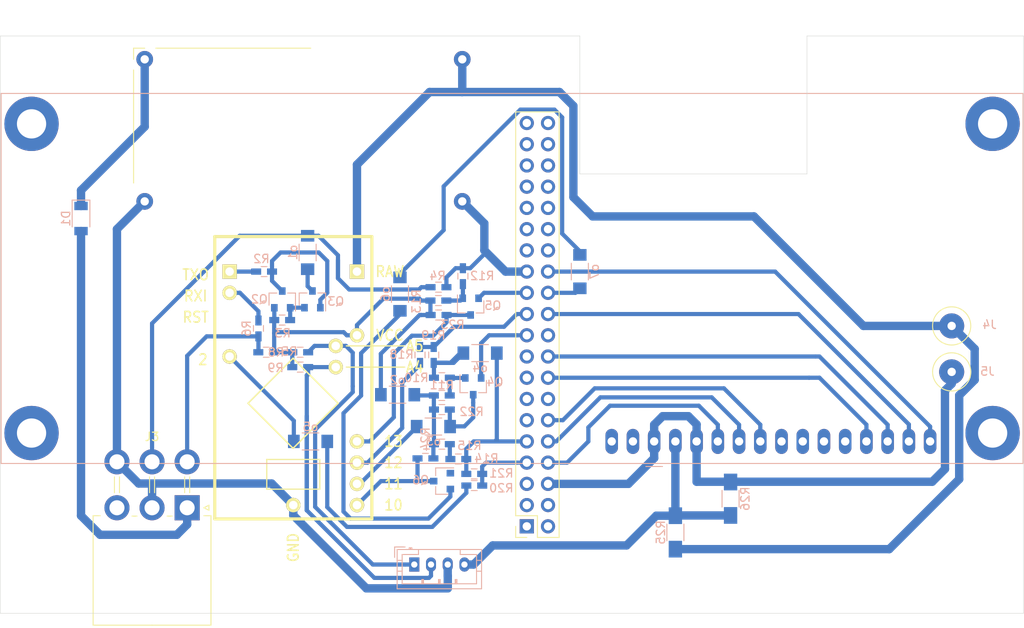
<source format=kicad_pcb>
(kicad_pcb (version 20171130) (host pcbnew "(5.1.2)-1")
  (layers (0 F.Cu signal) (31 B.Cu signal) (34 B.Paste user hide) (35 F.Paste user hide) (36 B.SilkS user) (37 F.SilkS user hide) (38 B.Mask user hide) (39 F.Mask user hide) (44 Edge.Cuts user hide))
  (net 0 "")
  (net 1 SDA)
  (net 2 SCL)
  (net 3 GND)
  (net 4 MDB-MR)
  (net 5 MDB-MT)
  (net 6 "Net-(Q2-Pad1)")
  (net 7 "Net-(Q2-Pad3)")
  (net 8 "Net-(Q4-Pad1)")
  (net 9 "Net-(Q5-Pad1)")
  (net 10 "Net-(Q6-Pad1)")
  (net 11 MISO-3V)
  (net 12 INT-3V)
  (net 13 INT-5V)
  (net 14 MDB+24V)
  (net 15 TTL-TX)
  (net 16 TTL-RX)
  (net 17 MISO-5V)
  (net 18 MOSI-5V)
  (net 19 SCK-5V)
  (net 20 SS-5V)
  (net 21 A0)
  (net 22 SS-3V)
  (net 23 SCK-3V)
  (net 24 MOSI-3V)
  (net 25 RW)
  (net 26 E)
  (net 27 D5)
  (net 28 D4)
  (net 29 D6)
  (net 30 D7)
  (net 31 "Net-(D1-Pad2)")
  (net 32 +5C)
  (net 33 +6V)
  (net 34 "Net-(Q3-Pad3)")
  (net 35 "Net-(X1-Pad11A)")
  (net 36 +5VD)
  (module evend-adapter:C_1206_1-HandSoldering (layer B.Cu) (at 134.62 161.798 90)
    (fp_text reference R26 (at 0 1.75 90) (layer B.SilkS) (effects (justify mirror)))
    (fp_text value 1.5k)
    (pad 1 smd rect (at -2 0 90) (size 2 1.6) (layers B.Cu B.Paste B.Mask) (net 36 +5VD))
    (pad 2 smd rect (at 2 0 90) (size 2 1.6) (layers B.Cu B.Paste B.Mask) (net 3 GND))
  )
  (module evend-adapter:C_1206_1-HandSoldering (layer B.Cu) (at 128.016 165.83 270)
    (fp_text reference R25 (at 0 1.75 90) (layer B.SilkS) (effects (justify mirror)))
    (fp_text value 300)
    (pad 1 smd rect (at -2 0 270) (size 2 1.6) (layers B.Cu B.Paste B.Mask) (net 36 +5VD))
    (pad 2 smd rect (at 2 0 270) (size 2 1.6) (layers B.Cu B.Paste B.Mask) (net 33 +6V))
  )
  (module evend-adapter:C_1206_HandSoldering (layer B.Cu) (at 116.586 134.62 90)
    (fp_text reference o7 (at 0 1.75 90) (layer B.SilkS) (effects (justify mirror)))
    (fp_text value 0)
    (pad 1 smd rect (at -2 0 90) (size 1.4 1.6) (layers B.Cu B.Paste B.Mask) (net 22 SS-3V))
    (pad 2 smd rect (at 2 0 90) (size 1.4 1.6) (layers B.Cu B.Paste B.Mask) (net 22 SS-3V))
  )
  (module evend-adapter:C_1206_HandSoldering (layer B.Cu) (at 104.648 144.3736)
    (fp_text reference o4 (at 0 1.75) (layer B.SilkS) (effects (justify mirror)))
    (fp_text value 0)
    (pad 1 smd rect (at -2 0) (size 1.4 1.6) (layers B.Cu B.Paste B.Mask) (net 3 GND))
    (pad 2 smd rect (at 2 0) (size 1.4 1.6) (layers B.Cu B.Paste B.Mask) (net 3 GND))
  )
  (module evend-adapter:C_1206_HandSoldering (layer B.Cu) (at 99.06 153.162)
    (fp_text reference o3 (at 0 1.75) (layer B.SilkS) (effects (justify mirror)))
    (fp_text value 0)
    (pad 1 smd rect (at -2 0) (size 1.4 1.6) (layers B.Cu B.Paste B.Mask) (net 35 "Net-(X1-Pad11A)"))
    (pad 2 smd rect (at 2 0) (size 1.4 1.6) (layers B.Cu B.Paste B.Mask) (net 18 MOSI-5V))
  )
  (module evend-adapter:C_1206_HandSoldering (layer B.Cu) (at 84.0105 132.334 270)
    (fp_text reference o1 (at 0 1.75 90) (layer B.SilkS) (effects (justify mirror)))
    (fp_text value 0)
    (pad 1 smd rect (at -2 0 270) (size 1.4 1.6) (layers B.Cu B.Paste B.Mask) (net 5 MDB-MT))
    (pad 2 smd rect (at 2 0 270) (size 1.4 1.6) (layers B.Cu B.Paste B.Mask) (net 34 "Net-(Q3-Pad3)"))
  )
  (module Diodes_SMD:D_1206 (layer B.Cu) (at 56.896 128.27 270)
    (fp_text reference D1 (at 0 1.8 90) (layer B.SilkS) (effects (justify mirror)))
    (fp_text value B260)
    (pad 1 smd rect (at -1.5 0 270) (size 1 1.6) (layers B.Cu B.Paste B.Mask) (net 14 MDB+24V))
    (pad 2 smd rect (at 1.5 0 270) (size 1 1.6) (layers B.Cu B.Paste B.Mask) (net 31 "Net-(D1-Pad2)"))
  )
  (module evend-adapter:LCD-016N002L (layer B.Cu) (at 125.476 154.94)
    (fp_text reference U1 hide)
    (fp_text value RC1602A hide)
    (pad 14 thru_hole oval (at 33.02 0 180) (size 1.5 3) (drill 1) (layers *.Cu *.Mask) (net 30 D7))
    (pad 13 thru_hole oval (at 30.48 0 180) (size 1.5 3) (drill 1) (layers *.Cu *.Mask) (net 29 D6))
    (pad 12 thru_hole oval (at 27.94 0 180) (size 1.5 3) (drill 1) (layers *.Cu *.Mask) (net 27 D5))
    (pad 11 thru_hole oval (at 25.4 0 180) (size 1.5 3) (drill 1) (layers *.Cu *.Mask) (net 28 D4))
    (pad 10 thru_hole oval (at 22.86 0 180) (size 1.5 3) (drill 1) (layers *.Cu *.Mask))
    (pad 9 thru_hole oval (at 20.32 0 180) (size 1.5 3) (drill 1) (layers *.Cu *.Mask))
    (pad 8 thru_hole oval (at 17.78 0 180) (size 1.5 3) (drill 1) (layers *.Cu *.Mask))
    (pad 7 thru_hole oval (at 15.24 0 180) (size 1.5 3) (drill 1) (layers *.Cu *.Mask))
    (pad 6 thru_hole oval (at 12.7 0 180) (size 1.5 3) (drill 1) (layers *.Cu *.Mask) (net 26 E))
    (pad 5 thru_hole oval (at 10.16 0 180) (size 1.5 3) (drill 1) (layers *.Cu *.Mask) (net 25 RW))
    (pad 4 thru_hole oval (at 7.62 0 180) (size 1.5 3) (drill 1) (layers *.Cu *.Mask) (net 21 A0))
    (pad 3 thru_hole oval (at 5.08 0 180) (size 1.5 3) (drill 1) (layers *.Cu *.Mask) (net 3 GND))
    (pad 2 thru_hole oval (at 2.54 0 180) (size 1.5 3) (drill 1) (layers *.Cu *.Mask) (net 36 +5VD))
    (pad 1 thru_hole oval (at 0 0 180) (size 1.5 3) (drill 1) (layers *.Cu *.Mask) (net 3 GND))
    (pad 15 thru_hole oval (at -2.54 0 180) (size 1.5 3) (drill 1) (layers *.Cu *.Mask))
    (pad 16 thru_hole oval (at -5.08 0 180) (size 1.5 3) (drill 1) (layers *.Cu *.Mask))
    (pad "" thru_hole circle (at -74.5 -1 180) (size 6.5 6.5) (drill 3.5) (layers *.Cu *.Mask))
    (pad "" thru_hole circle (at -74.5 -38 180) (size 6.5 6.5) (drill 3.5) (layers *.Cu *.Mask))
    (pad "" thru_hole circle (at 40.5 -1 180) (size 6.5 6.5) (drill 3.5) (layers *.Cu *.Mask))
    (pad "" thru_hole circle (at 40.5 -38 180) (size 6.5 6.5) (drill 3.5) (layers *.Cu *.Mask))
  )
  (module evend-adapter:C_1206_HandSoldering (layer B.Cu) (at 84.36 154.94 180)
    (fp_text reference o5 (at 0 1.75) (layer B.SilkS) (effects (justify mirror)))
    (fp_text value 0)
    (pad 1 smd rect (at -2 0 180) (size 1.4 1.6) (layers B.Cu B.Paste B.Mask) (net 13 INT-5V))
    (pad 2 smd rect (at 2 0 180) (size 1.4 1.6) (layers B.Cu B.Paste B.Mask) (net 13 INT-5V))
  )
  (module evend-adapter:C_1206_HandSoldering (layer B.Cu) (at 94.774 149.352 180)
    (fp_text reference o2 (at 0 1.75) (layer B.SilkS) (effects (justify mirror)))
    (fp_text value 0)
    (pad 1 smd rect (at -2 0 180) (size 1.4 1.6) (layers B.Cu B.Paste B.Mask) (net 32 +5C))
    (pad 2 smd rect (at 2 0 180) (size 1.4 1.6) (layers B.Cu B.Paste B.Mask) (net 32 +5C))
  )
  (module evend-adapter:C_1206_HandSoldering (layer B.Cu) (at 95.0595 137.3124 270)
    (fp_text reference o6 (at 0 1.75 90) (layer B.SilkS) (effects (justify mirror)))
    (fp_text value 0)
    (pad 1 smd rect (at -2 0 270) (size 1.4 1.6) (layers B.Cu B.Paste B.Mask) (net 22 SS-3V))
    (pad 2 smd rect (at 2 0 270) (size 1.4 1.6) (layers B.Cu B.Paste B.Mask) (net 22 SS-3V))
  )
  (module evend-adapter:Orange_pi_lite (layer F.Cu) (at 110.236 165.1 180)
    (fp_text reference J1 hide)
    (fp_text value Orange_pi_lite)
    (pad 6 thru_hole oval (at -2.54 5.08 180) (size 1.7 1.7) (drill 1) (layers *.Cu *.Mask) (net 3 GND))
    (pad 3 thru_hole oval (at 0 2.54 180) (size 1.7 1.7) (drill 1) (layers *.Cu *.Mask))
    (pad 15 thru_hole oval (at 0 17.78 180) (size 1.7 1.7) (drill 1) (layers *.Cu *.Mask))
    (pad 16 thru_hole oval (at -2.54 17.78 180) (size 1.7 1.7) (drill 1) (layers *.Cu *.Mask) (net 28 D4))
    (pad 4 thru_hole oval (at -2.54 2.54 180) (size 1.7 1.7) (drill 1) (layers *.Cu *.Mask))
    (pad 5 thru_hole oval (at 0 5.08 180) (size 1.7 1.7) (drill 1) (layers *.Cu *.Mask))
    (pad 2 thru_hole oval (at -2.54 0 180) (size 1.7 1.7) (drill 1) (layers *.Cu *.Mask))
    (pad 1 thru_hole rect (at 0 0 180) (size 1.7 1.7) (drill 1) (layers *.Cu *.Mask))
    (pad 23 thru_hole oval (at 0 27.94 180) (size 1.7 1.7) (drill 1) (layers *.Cu *.Mask) (net 23 SCK-3V))
    (pad 24 thru_hole oval (at -2.54 27.94 180) (size 1.7 1.7) (drill 1) (layers *.Cu *.Mask) (net 22 SS-3V))
    (pad 11 thru_hole oval (at 0 12.7 180) (size 1.7 1.7) (drill 1) (layers *.Cu *.Mask))
    (pad 12 thru_hole oval (at -2.54 12.7 180) (size 1.7 1.7) (drill 1) (layers *.Cu *.Mask) (net 26 E))
    (pad 27 thru_hole oval (at 0 33.02 180) (size 1.7 1.7) (drill 1) (layers *.Cu *.Mask))
    (pad 28 thru_hole oval (at -2.54 33.02 180) (size 1.7 1.7) (drill 1) (layers *.Cu *.Mask))
    (pad 13 thru_hole oval (at 0 15.24 180) (size 1.7 1.7) (drill 1) (layers *.Cu *.Mask))
    (pad 14 thru_hole oval (at -2.54 15.24 180) (size 1.7 1.7) (drill 1) (layers *.Cu *.Mask))
    (pad 9 thru_hole oval (at 0 10.16 180) (size 1.7 1.7) (drill 1) (layers *.Cu *.Mask) (net 3 GND))
    (pad 10 thru_hole oval (at -2.54 10.16 180) (size 1.7 1.7) (drill 1) (layers *.Cu *.Mask) (net 25 RW))
    (pad 19 thru_hole oval (at 0 22.86 180) (size 1.7 1.7) (drill 1) (layers *.Cu *.Mask) (net 24 MOSI-3V))
    (pad 20 thru_hole oval (at -2.54 22.86 180) (size 1.7 1.7) (drill 1) (layers *.Cu *.Mask))
    (pad 37 thru_hole oval (at 0 45.72 180) (size 1.7 1.7) (drill 1) (layers *.Cu *.Mask))
    (pad 38 thru_hole oval (at -2.54 45.72 180) (size 1.7 1.7) (drill 1) (layers *.Cu *.Mask))
    (pad 33 thru_hole oval (at 0 40.64 180) (size 1.7 1.7) (drill 1) (layers *.Cu *.Mask))
    (pad 34 thru_hole oval (at -2.54 40.64 180) (size 1.7 1.7) (drill 1) (layers *.Cu *.Mask))
    (pad 35 thru_hole oval (at 0 43.18 180) (size 1.7 1.7) (drill 1) (layers *.Cu *.Mask))
    (pad 36 thru_hole oval (at -2.54 43.18 180) (size 1.7 1.7) (drill 1) (layers *.Cu *.Mask))
    (pad 17 thru_hole oval (at 0 20.32 180) (size 1.7 1.7) (drill 1) (layers *.Cu *.Mask))
    (pad 18 thru_hole oval (at -2.54 20.32 180) (size 1.7 1.7) (drill 1) (layers *.Cu *.Mask) (net 27 D5))
    (pad 31 thru_hole oval (at 0 38.1 180) (size 1.7 1.7) (drill 1) (layers *.Cu *.Mask))
    (pad 32 thru_hole oval (at -2.54 38.1 180) (size 1.7 1.7) (drill 1) (layers *.Cu *.Mask))
    (pad 7 thru_hole oval (at 0 7.62 180) (size 1.7 1.7) (drill 1) (layers *.Cu *.Mask) (net 12 INT-3V))
    (pad 8 thru_hole oval (at -2.54 7.62 180) (size 1.7 1.7) (drill 1) (layers *.Cu *.Mask) (net 21 A0))
    (pad 29 thru_hole oval (at 0 35.56 180) (size 1.7 1.7) (drill 1) (layers *.Cu *.Mask))
    (pad 30 thru_hole oval (at -2.54 35.56 180) (size 1.7 1.7) (drill 1) (layers *.Cu *.Mask))
    (pad 21 thru_hole oval (at 0 25.4 180) (size 1.7 1.7) (drill 1) (layers *.Cu *.Mask) (net 11 MISO-3V))
    (pad 22 thru_hole oval (at -2.54 25.4 180) (size 1.7 1.7) (drill 1) (layers *.Cu *.Mask) (net 29 D6))
    (pad 25 thru_hole oval (at 0 30.48 180) (size 1.7 1.7) (drill 1) (layers *.Cu *.Mask) (net 3 GND))
    (pad 26 thru_hole oval (at -2.54 30.48 180) (size 1.7 1.7) (drill 1) (layers *.Cu *.Mask) (net 30 D7))
    (pad 39 thru_hole oval (at 0 48.26 180) (size 1.7 1.7) (drill 1) (layers *.Cu *.Mask))
    (pad 40 thru_hole oval (at -2.54 48.26 180) (size 1.7 1.7) (drill 1) (layers *.Cu *.Mask))
    (pad "" np_thru_hole circle (at -0.359715 -7.425933 270) (size 3 3) (drill 3) (layers *.Cu *.Mask))
    (pad "" np_thru_hole circle (at -42.471678 55.686029 270) (size 3 3) (drill 3) (layers *.Cu *.Mask))
    (pad "" np_thru_hole circle (at -42.471678 -7.425933 270) (size 3 3) (drill 3) (layers *.Cu *.Mask))
    (pad "" np_thru_hole circle (at -0.359715 55.686029 270) (size 3 3) (drill 3) (layers *.Cu *.Mask))
  )
  (module evend-adapter:JST_PH_B4B-PH-K_04x2.00mm_Straight (layer F.Cu) (at 96.774 169.672)
    (fp_text reference J2 hide)
    (fp_text value Keyboard)
    (pad 1 thru_hole rect (at 0 0) (size 1.2 1.7) (drill 0.75) (layers *.Cu *.Mask) (net 2 SCL))
    (pad 2 thru_hole oval (at 2 0) (size 1.2 1.7) (drill 0.75) (layers *.Cu *.Mask) (net 1 SDA))
    (pad 3 thru_hole oval (at 4 0) (size 1.2 1.7) (drill 0.75) (layers *.Cu *.Mask) (net 3 GND))
    (pad 4 thru_hole oval (at 6 0) (size 1.2 1.7) (drill 0.75) (layers *.Cu *.Mask) (net 36 +5VD))
  )
  (module evend-adapter:Arduino_Pro_Mini-1 (layer F.Cu) (at 82.296 147.32)
    (fp_text reference X1 hide)
    (fp_text value Arduino_Pro_Mini-1 hide)
    (fp_text user GND (at 0 20.32 90) (layer F.SilkS) (effects (font (size 1.27 1.143) (thickness 0.1905))))
    (fp_text user " A5" (at 14.097 -3.81) (layer F.SilkS) (effects (font (size 1.27 1.143) (thickness 0.1905))))
    (fp_text user " A4" (at 14.097 -1.27) (layer F.SilkS) (effects (font (size 1.27 1.143) (thickness 0.1905))))
    (fp_text user TXO (at -11.684 -12.319) (layer F.SilkS) (effects (font (size 1.27 1.143) (thickness 0.1905))))
    (fp_text user RXI (at -11.684 -9.779) (layer F.SilkS) (effects (font (size 1.27 1.143) (thickness 0.1905))))
    (fp_text user RST (at -11.684 -7.239) (layer F.SilkS) (effects (font (size 1.27 1.143) (thickness 0.1905))))
    (fp_text user "  2" (at -11.684 -2.159) (layer F.SilkS) (effects (font (size 1.27 1.143) (thickness 0.1905))))
    (fp_text user VCC (at 11.557 -5.08) (layer F.SilkS) (effects (font (size 1.27 1.143) (thickness 0.1905))))
    (fp_text user RAW (at 11.557 -12.7) (layer F.SilkS) (effects (font (size 1.27 1.143) (thickness 0.1905))))
    (fp_text user " 13" (at 11.557 7.62) (layer F.SilkS) (effects (font (size 1.27 1.143) (thickness 0.1905))))
    (fp_text user " 12" (at 11.557 10.16) (layer F.SilkS) (effects (font (size 1.27 1.143) (thickness 0.1905))))
    (fp_text user " 11" (at 11.557 12.7) (layer F.SilkS) (effects (font (size 1.27 1.143) (thickness 0.1905))))
    (fp_text user " 10" (at 11.557 15.24) (layer F.SilkS) (effects (font (size 1.27 1.143) (thickness 0.1905))))
    (pad 1B thru_hole circle (at 0 15.24) (size 1.7272 1.7272) (drill 1.016) (layers *.Cu *.Mask F.SilkS) (net 3 GND))
    (pad 4B thru_hole circle (at 5.08 -1.27) (size 1.7272 1.7272) (drill 1.016) (layers *.Cu *.Mask F.SilkS) (net 1 SDA))
    (pad 5B thru_hole circle (at 5.08 -3.81) (size 1.7272 1.7272) (drill 1.016) (layers *.Cu *.Mask F.SilkS) (net 2 SCL))
    (pad 5D thru_hole circle (at -7.62 -2.54) (size 1.7272 1.7272) (drill 1.016) (layers *.Cu *.Mask F.SilkS) (net 13 INT-5V))
    (pad 1D thru_hole rect (at -7.62 -12.7) (size 1.7272 1.7272) (drill 1.016) (layers *.Cu *.Mask F.SilkS) (net 15 TTL-TX))
    (pad 2D thru_hole circle (at -7.62 -10.16) (size 1.7272 1.7272) (drill 1.016) (layers *.Cu *.Mask F.SilkS) (net 16 TTL-RX))
    (pad 1A thru_hole rect (at 7.62 -12.7) (size 1.7272 1.7272) (drill 1.016) (layers *.Cu *.Mask F.SilkS) (net 33 +6V))
    (pad 4A thru_hole circle (at 7.62 -5.08) (size 1.7272 1.7272) (drill 1.016) (layers *.Cu *.Mask F.SilkS) (net 32 +5C))
    (pad 10A thru_hole circle (at 7.62 10.16) (size 1.7272 1.7272) (drill 1.016) (layers *.Cu *.Mask F.SilkS) (net 17 MISO-5V))
    (pad 9A thru_hole circle (at 7.62 7.62) (size 1.7272 1.7272) (drill 1.016) (layers *.Cu *.Mask F.SilkS) (net 19 SCK-5V))
    (pad 11A thru_hole circle (at 7.62 12.7) (size 1.7272 1.7272) (drill 1.016) (layers *.Cu *.Mask F.SilkS) (net 35 "Net-(X1-Pad11A)"))
    (pad 12A thru_hole circle (at 7.62 15.24) (size 1.7272 1.7272) (drill 1.016) (layers *.Cu *.Mask F.SilkS) (net 20 SS-5V))
  )
  (module evend-adapter:C_0603_HandSoldering (layer B.Cu) (at 99.6696 136.4869)
    (fp_text reference R4 (at -0.1016 -1.3589) (layer B.SilkS) (effects (justify mirror)))
    (fp_text value 680R)
    (pad 1 smd rect (at -0.95 0) (size 1.2 0.75) (layers B.Cu B.Paste B.Mask) (net 5 MDB-MT))
    (pad 2 smd rect (at 0.95 0) (size 1.2 0.75) (layers B.Cu B.Paste B.Mask) (net 3 GND))
  )
  (module evend-adapter:1pin (layer F.Cu) (at 161.076 146.62)
    (fp_text reference J5 (at 4.278 -0.062) (layer B.SilkS) (effects (justify mirror)))
    (fp_text value Conn_01x01_Female)
    (pad 1 thru_hole circle (at 0 0) (size 3 3) (drill 1) (layers *.Cu *.Mask) (net 3 GND))
  )
  (module evend-adapter:1pin (layer F.Cu) (at 161.076 141.12)
    (fp_text reference J4 (at 4.532 -0.15) (layer B.SilkS) (effects (justify mirror)))
    (fp_text value Conn_01x01_Female)
    (pad 1 thru_hole circle (at 0 0) (size 3 3) (drill 1) (layers *.Cu *.Mask) (net 33 +6V))
  )
  (module evend-adapter:C_0603_HandSoldering (layer B.Cu) (at 98.11 156.972 180)
    (fp_text reference R24 (at 0 2.286 270) (layer B.SilkS) (effects (justify mirror)))
    (fp_text value 10k)
    (pad 1 smd rect (at -0.95 0 180) (size 1.2 0.75) (layers B.Cu B.Paste B.Mask) (net 32 +5C))
    (pad 2 smd rect (at 0.95 0 180) (size 1.2 0.75) (layers B.Cu B.Paste B.Mask) (net 20 SS-5V))
  )
  (module evend-adapter:C_0603_HandSoldering (layer B.Cu) (at 99.6823 139.8143)
    (fp_text reference R23 (at 1.6637 1.1557) (layer B.SilkS) (effects (justify mirror)))
    (fp_text value 10k)
    (pad 1 smd rect (at -0.95 0) (size 1.2 0.75) (layers B.Cu B.Paste B.Mask) (net 32 +5C))
    (pad 2 smd rect (at 0.95 0) (size 1.2 0.75) (layers B.Cu B.Paste B.Mask) (net 19 SCK-5V))
  )
  (module evend-adapter:C_0603_HandSoldering (layer B.Cu) (at 100.076 151.13)
    (fp_text reference R22 (at 3.556 0.254) (layer B.SilkS) (effects (justify mirror)))
    (fp_text value 10k)
    (pad 1 smd rect (at -0.95 0) (size 1.2 0.75) (layers B.Cu B.Paste B.Mask) (net 32 +5C))
    (pad 2 smd rect (at 0.95 0) (size 1.2 0.75) (layers B.Cu B.Paste B.Mask) (net 18 MOSI-5V))
  )
  (module evend-adapter:C_0603_HandSoldering (layer B.Cu) (at 103.947 158.8262 180)
    (fp_text reference R21 (at -3.241 0.0762) (layer B.SilkS) (effects (justify mirror)))
    (fp_text value 15k)
    (pad 1 smd rect (at -0.95 0 180) (size 1.2 0.75) (layers B.Cu B.Paste B.Mask) (net 12 INT-3V))
    (pad 2 smd rect (at 0.95 0 180) (size 1.2 0.75) (layers B.Cu B.Paste B.Mask) (net 3 GND))
  )
  (module evend-adapter:C_0603_HandSoldering (layer B.Cu) (at 103.952 160.2232 180)
    (fp_text reference R20 (at -3.236 -0.3048) (layer B.SilkS) (effects (justify mirror)))
    (fp_text value 10k)
    (pad 1 smd rect (at -0.95 0 180) (size 1.2 0.75) (layers B.Cu B.Paste B.Mask) (net 12 INT-3V))
    (pad 2 smd rect (at 0.95 0 180) (size 1.2 0.75) (layers B.Cu B.Paste B.Mask) (net 13 INT-5V))
  )
  (module evend-adapter:C_0603_HandSoldering (layer B.Cu) (at 99.0981 144.592 270)
    (fp_text reference R19 (at -2.352 0.0381 180) (layer B.SilkS) (effects (justify mirror)))
    (fp_text value 15k)
    (pad 1 smd rect (at -0.95 0 270) (size 1.2 0.75) (layers B.Cu B.Paste B.Mask) (net 11 MISO-3V))
    (pad 2 smd rect (at 0.95 0 270) (size 1.2 0.75) (layers B.Cu B.Paste B.Mask) (net 3 GND))
  )
  (module evend-adapter:C_0603_HandSoldering (layer B.Cu) (at 97.4598 144.592 270)
    (fp_text reference R18 (at -0.066 2.2098 180) (layer B.SilkS) (effects (justify mirror)))
    (fp_text value 10k)
    (pad 1 smd rect (at -0.95 0 270) (size 1.2 0.75) (layers B.Cu B.Paste B.Mask) (net 11 MISO-3V))
    (pad 2 smd rect (at 0.95 0 270) (size 1.2 0.75) (layers B.Cu B.Paste B.Mask) (net 17 MISO-5V))
  )
  (module evend-adapter:C_0603_HandSoldering (layer B.Cu) (at 100.076 155.2702)
    (fp_text reference R15 (at 3.302 0.1778) (layer B.SilkS) (effects (justify mirror)))
    (fp_text value 4k7)
    (pad 1 smd rect (at -0.95 0) (size 1.2 0.75) (layers B.Cu B.Paste B.Mask) (net 32 +5C))
    (pad 2 smd rect (at 0.95 0) (size 1.2 0.75) (layers B.Cu B.Paste B.Mask) (net 10 "Net-(Q6-Pad1)"))
  )
  (module evend-adapter:C_0603_HandSoldering (layer B.Cu) (at 102.042 157.0482)
    (fp_text reference R14 (at 3.368 -0.0762) (layer B.SilkS) (effects (justify mirror)))
    (fp_text value 10k)
    (pad 1 smd rect (at -0.95 0) (size 1.2 0.75) (layers B.Cu B.Paste B.Mask) (net 10 "Net-(Q6-Pad1)"))
    (pad 2 smd rect (at 0.95 0) (size 1.2 0.75) (layers B.Cu B.Paste B.Mask) (net 3 GND))
  )
  (module evend-adapter:C_0603_HandSoldering (layer B.Cu) (at 99.6569 138.0871)
    (fp_text reference R13 (at -2.6289 0.0889 90) (layer B.SilkS) (effects (justify mirror)))
    (fp_text value 4k7)
    (pad 1 smd rect (at -0.95 0) (size 1.2 0.75) (layers B.Cu B.Paste B.Mask) (net 32 +5C))
    (pad 2 smd rect (at 0.95 0) (size 1.2 0.75) (layers B.Cu B.Paste B.Mask) (net 9 "Net-(Q5-Pad1)"))
  )
  (module evend-adapter:C_0603_HandSoldering (layer B.Cu) (at 102.5906 135.1661 90)
    (fp_text reference R12 (at 0.0381 2.3114 180) (layer B.SilkS) (effects (justify mirror)))
    (fp_text value 10k)
    (pad 1 smd rect (at -0.95 0 90) (size 1.2 0.75) (layers B.Cu B.Paste B.Mask) (net 9 "Net-(Q5-Pad1)"))
    (pad 2 smd rect (at 0.95 0 90) (size 1.2 0.75) (layers B.Cu B.Paste B.Mask) (net 3 GND))
  )
  (module evend-adapter:C_0603_HandSoldering (layer B.Cu) (at 100.0658 149.4409 180)
    (fp_text reference R11 (at 0 1.25) (layer B.SilkS) (effects (justify mirror)))
    (fp_text value 4k7)
    (pad 1 smd rect (at -0.95 0 180) (size 1.2 0.75) (layers B.Cu B.Paste B.Mask) (net 8 "Net-(Q4-Pad1)"))
    (pad 2 smd rect (at 0.95 0 180) (size 1.2 0.75) (layers B.Cu B.Paste B.Mask) (net 32 +5C))
  )
  (module evend-adapter:C_0603_HandSoldering (layer B.Cu) (at 100.076 147.32 180)
    (fp_text reference R10 (at 3.048 0) (layer B.SilkS) (effects (justify mirror)))
    (fp_text value 10k)
    (pad 1 smd rect (at -0.95 0 180) (size 1.2 0.75) (layers B.Cu B.Paste B.Mask) (net 8 "Net-(Q4-Pad1)"))
    (pad 2 smd rect (at 0.95 0 180) (size 1.2 0.75) (layers B.Cu B.Paste B.Mask) (net 3 GND))
  )
  (module evend-adapter:C_0603_HandSoldering (layer B.Cu) (at 83.124 146.05)
    (fp_text reference R9 (at -2.9464 0.084) (layer B.SilkS) (effects (justify mirror)))
    (fp_text value 4K7)
    (pad 1 smd rect (at -0.95 0) (size 1.2 0.75) (layers B.Cu B.Paste B.Mask) (net 32 +5C))
    (pad 2 smd rect (at 0.95 0) (size 1.2 0.75) (layers B.Cu B.Paste B.Mask) (net 1 SDA))
  )
  (module evend-adapter:C_0603_HandSoldering (layer B.Cu) (at 83.124 144.272)
    (fp_text reference R8 (at -2.898 0.008) (layer B.SilkS) (effects (justify mirror)))
    (fp_text value 4K7)
    (pad 1 smd rect (at -0.95 0) (size 1.2 0.75) (layers B.Cu B.Paste B.Mask) (net 32 +5C))
    (pad 2 smd rect (at 0.95 0) (size 1.2 0.75) (layers B.Cu B.Paste B.Mask) (net 2 SCL))
  )
  (module evend-adapter:C_0603_HandSoldering (layer B.Cu) (at 78.126 141.42 90)
    (fp_text reference R6 (at 0 -1.418 90) (layer B.SilkS) (effects (justify mirror)))
    (fp_text value 10K)
    (pad 1 smd rect (at -0.95 0 90) (size 1.2 0.75) (layers B.Cu B.Paste B.Mask) (net 4 MDB-MR))
    (pad 2 smd rect (at 0.95 0 90) (size 1.2 0.75) (layers B.Cu B.Paste B.Mask) (net 16 TTL-RX))
  )
  (module evend-adapter:C_0603_HandSoldering (layer B.Cu) (at 79.06 144.272 180)
    (fp_text reference R5 (at -2.762 0.094) (layer B.SilkS) (effects (justify mirror)))
    (fp_text value 680R)
    (pad 1 smd rect (at -0.95 0 180) (size 1.2 0.75) (layers B.Cu B.Paste B.Mask) (net 32 +5C))
    (pad 2 smd rect (at 0.95 0 180) (size 1.2 0.75) (layers B.Cu B.Paste B.Mask) (net 4 MDB-MR))
  )
  (module evend-adapter:C_0603_HandSoldering (layer B.Cu) (at 80.965 140.42)
    (fp_text reference R3 (at 0.061 1.566) (layer B.SilkS) (effects (justify mirror)))
    (fp_text value 5R6)
    (pad 1 smd rect (at -0.95 0) (size 1.2 0.75) (layers B.Cu B.Paste B.Mask) (net 32 +5C))
    (pad 2 smd rect (at 0.95 0) (size 1.2 0.75) (layers B.Cu B.Paste B.Mask) (net 6 "Net-(Q2-Pad1)"))
  )
  (module evend-adapter:C_0603_HandSoldering (layer B.Cu) (at 78.801 134.62)
    (fp_text reference R2 (at -0.315 -1.524) (layer B.SilkS) (effects (justify mirror)))
    (fp_text value 2K2)
    (pad 1 smd rect (at -0.95 0) (size 1.2 0.75) (layers B.Cu B.Paste B.Mask) (net 15 TTL-TX))
    (pad 2 smd rect (at 0.95 0) (size 1.2 0.75) (layers B.Cu B.Paste B.Mask) (net 7 "Net-(Q2-Pad3)"))
  )
  (module evend-adapter:SOT-23 (layer B.Cu) (at 85.5243 138.9286 90)
    (fp_text reference Q3 (at 0.7526 1.8517 180) (layer B.SilkS) (effects (justify mirror)))
    (fp_text value BC807)
    (pad 1 smd rect (at -0.0094 0.0102 90) (size 0.9 0.8) (layers B.Cu B.Paste B.Mask) (net 7 "Net-(Q2-Pad3)"))
    (pad 2 smd rect (at -0.0094 -1.8898 90) (size 0.9 0.8) (layers B.Cu B.Paste B.Mask) (net 6 "Net-(Q2-Pad1)"))
    (pad 3 smd rect (at 1.9906 -0.9398 90) (size 0.9 0.8) (layers B.Cu B.Paste B.Mask) (net 34 "Net-(Q3-Pad3)"))
  )
  (module evend-adapter:SOT-23 (layer B.Cu) (at 81.915 138.938 90)
    (fp_text reference Q2 (at 1.016 -3.683 180) (layer B.SilkS) (effects (justify mirror)))
    (fp_text value BC807)
    (pad 1 smd rect (at -0.0094 0.0102 90) (size 0.9 0.8) (layers B.Cu B.Paste B.Mask) (net 6 "Net-(Q2-Pad1)"))
    (pad 2 smd rect (at -0.0094 -1.8898 90) (size 0.9 0.8) (layers B.Cu B.Paste B.Mask) (net 32 +5C))
    (pad 3 smd rect (at 1.9906 -0.9398 90) (size 0.9 0.8) (layers B.Cu B.Paste B.Mask) (net 7 "Net-(Q2-Pad3)"))
  )
  (module evend-adapter:Molex_MiniFit-JR-5569-06A2_2x03x4.20mm_Angled (layer F.Cu) (at 69.596 162.88 180)
    (fp_text reference J3 (at 4.2 8.5) (layer F.SilkS))
    (fp_text value Conn_02x03_Top_Bottom)
    (pad 1 thru_hole rect (at 0 0 180) (size 3 3) (drill 1.8) (layers *.Cu *.Mask) (net 31 "Net-(D1-Pad2)"))
    (pad 2 thru_hole circle (at 4.2 0 180) (size 3 3) (drill 1.8) (layers *.Cu *.Mask) (net 3 GND))
    (pad 3 thru_hole circle (at 8.4 0 180) (size 3 3) (drill 1.8) (layers *.Cu *.Mask))
    (pad 4 thru_hole circle (at 0 5.5 180) (size 3 3) (drill 1.8) (layers *.Cu *.Mask) (net 4 MDB-MR))
    (pad 5 thru_hole circle (at 4.2 5.5 180) (size 3 3) (drill 1.8) (layers *.Cu *.Mask) (net 5 MDB-MT))
    (pad 6 thru_hole circle (at 8.4 5.5 180) (size 3 3) (drill 1.8) (layers *.Cu *.Mask) (net 3 GND))
    (pad "" np_thru_hole circle (at 0 -7.3 180) (size 3 3) (drill 3) (layers *.Cu *.Mask))
    (pad "" np_thru_hole circle (at 8.4 -7.3 180) (size 3 3) (drill 3) (layers *.Cu *.Mask))
  )
  (module evend-adapter:SOT-23 (layer B.Cu) (at 102.8827 147.3581 270)
    (fp_text reference Q4 (at 0.4699 -3.5433) (layer B.SilkS) (effects (justify mirror)))
    (fp_text value 2N7002)
    (pad 1 smd rect (at -0.0094 0.0102 270) (size 0.9 0.8) (layers B.Cu B.Paste B.Mask) (net 8 "Net-(Q4-Pad1)"))
    (pad 2 smd rect (at -0.0094 -1.8898 270) (size 0.9 0.8) (layers B.Cu B.Paste B.Mask) (net 24 MOSI-3V))
    (pad 3 smd rect (at 1.9906 -0.9398 270) (size 0.9 0.8) (layers B.Cu B.Paste B.Mask) (net 18 MOSI-5V))
  )
  (module evend-adapter:SOT-23 (layer B.Cu) (at 102.5779 137.8204 270)
    (fp_text reference Q5 (at 0.8636 -3.5941) (layer B.SilkS) (effects (justify mirror)))
    (fp_text value 2N7002)
    (pad 1 smd rect (at -0.0094 0.0102 270) (size 0.9 0.8) (layers B.Cu B.Paste B.Mask) (net 9 "Net-(Q5-Pad1)"))
    (pad 2 smd rect (at -0.0094 -1.8898 270) (size 0.9 0.8) (layers B.Cu B.Paste B.Mask) (net 23 SCK-3V))
    (pad 3 smd rect (at 1.9906 -0.9398 270) (size 0.9 0.8) (layers B.Cu B.Paste B.Mask) (net 19 SCK-5V))
  )
  (module evend-adapter:SOT-23 (layer B.Cu) (at 101.0826 158.75 180)
    (fp_text reference Q6 (at 3.5466 -0.8128 180) (layer B.SilkS) (effects (justify mirror)))
    (fp_text value 2N7002)
    (pad 1 smd rect (at -0.0094 0.0102 180) (size 0.9 0.8) (layers B.Cu B.Paste B.Mask) (net 10 "Net-(Q6-Pad1)"))
    (pad 2 smd rect (at -0.0094 -1.8898 180) (size 0.9 0.8) (layers B.Cu B.Paste B.Mask) (net 22 SS-3V))
    (pad 3 smd rect (at 1.9906 -0.9398 180) (size 0.9 0.8) (layers B.Cu B.Paste B.Mask) (net 20 SS-5V))
  )
  (module evend-adapter:PSU_24-5_копия (layer F.Cu) (at 64.516 109.22)
    (fp_text reference psu1 hide)
    (fp_text value dc24-dc5-module)
    (pad 2 thru_hole circle (at 0 16.99768) (size 2 2) (drill 1) (layers *.Cu *.Mask) (net 3 GND))
    (pad 1 thru_hole circle (at 0 0) (size 2 2) (drill 1) (layers *.Cu *.Mask) (net 14 MDB+24V))
    (pad 4 thru_hole circle (at 37.9984 0) (size 2 2) (drill 1) (layers *.Cu *.Mask) (net 33 +6V))
    (pad 3 thru_hole circle (at 37.9984 16.99768) (size 2 2) (drill 1) (layers *.Cu *.Mask) (net 3 GND))
  )
  (gr_line (start 116.586 106.426) (end 47.244 106.426) (layer Edge.Cuts) (width 0.05))
  (gr_line (start 116.586 122.936) (end 116.586 106.426) (layer Edge.Cuts) (width 0.05))
  (gr_line (start 143.764 122.936) (end 116.586 122.936) (layer Edge.Cuts) (width 0.05))
  (gr_line (start 143.764 106.426) (end 143.764 122.936) (layer Edge.Cuts) (width 0.05))
  (gr_line (start 169.672 106.426) (end 143.764 106.426) (layer Edge.Cuts) (width 0.05))
  (gr_line (start 169.672 175.514) (end 169.672 106.426) (layer Edge.Cuts) (width 0.05))
  (gr_line (start 47.244 175.514) (end 169.672 175.514) (layer Edge.Cuts) (width 0.05))
  (gr_line (start 47.244 106.426) (end 47.244 175.514) (layer Edge.Cuts) (width 0.05))
  (segment (start 87.376 146.05) (end 84.074 146.05) (width 0.5) (layer B.Cu) (net 1))
  (segment (start 98.774 169.672) (end 98.774 171.022) (width 0.5) (layer B.Cu) (net 1))
  (segment (start 98.774 171.022) (end 98.523999 171.272001) (width 0.5) (layer B.Cu) (net 1))
  (segment (start 98.523999 171.272001) (end 91.997186 171.272001) (width 0.5) (layer B.Cu) (net 1))
  (segment (start 91.997186 171.272001) (end 83.909988 163.184803) (width 0.5) (layer B.Cu) (net 1))
  (segment (start 83.909988 163.184803) (end 83.909988 151.911783) (width 0.5) (layer B.Cu) (net 1))
  (segment (start 83.909988 147.014988) (end 83.909988 163.184803) (width 0.5) (layer B.Cu) (net 1))
  (segment (start 84.074 146.925) (end 84.074 146.05) (width 0.5) (layer B.Cu) (net 1))
  (segment (start 83.984012 147.014988) (end 84.074 146.925) (width 0.5) (layer B.Cu) (net 1))
  (segment (start 83.909988 147.014988) (end 83.984012 147.014988) (width 0.5) (layer B.Cu) (net 1))
  (segment (start 84.836 143.51) (end 84.074 144.272) (width 0.5) (layer B.Cu) (net 2))
  (segment (start 87.376 143.51) (end 84.836 143.51) (width 0.5) (layer B.Cu) (net 2))
  (segment (start 88.597314 143.51) (end 89.408 144.320686) (width 0.5) (layer B.Cu) (net 2))
  (segment (start 87.376 143.51) (end 88.597314 143.51) (width 0.5) (layer B.Cu) (net 2))
  (segment (start 89.408 144.320686) (end 89.408 148.336) (width 0.5) (layer B.Cu) (net 2))
  (segment (start 84.909999 162.770585) (end 91.811414 169.672) (width 0.5) (layer B.Cu) (net 2))
  (segment (start 89.408 148.336) (end 89.408 149.041998) (width 0.5) (layer B.Cu) (net 2))
  (segment (start 91.811414 169.672) (end 95.674 169.672) (width 0.5) (layer B.Cu) (net 2))
  (segment (start 89.408 149.041998) (end 84.909999 153.539999) (width 0.5) (layer B.Cu) (net 2))
  (segment (start 84.909999 153.539999) (end 84.909999 162.770585) (width 0.5) (layer B.Cu) (net 2))
  (segment (start 95.674 169.672) (end 96.774 169.672) (width 0.5) (layer B.Cu) (net 2))
  (segment (start 107.696 134.62) (end 105.156 132.08) (width 1) (layer B.Cu) (net 3))
  (segment (start 110.236 134.62) (end 107.696 134.62) (width 1) (layer B.Cu) (net 3))
  (segment (start 105.156 128.85928) (end 105.156 132.08) (width 1) (layer B.Cu) (net 3))
  (segment (start 102.5144 126.21768) (end 105.156 128.85928) (width 1) (layer B.Cu) (net 3))
  (segment (start 109.982 154.686) (end 110.236 154.94) (width 0.4) (layer B.Cu) (net 3))
  (segment (start 99.0981 147.2921) (end 99.126 147.32) (width 0.4) (layer B.Cu) (net 3))
  (segment (start 99.126 145.5699) (end 99.0981 145.542) (width 0.5) (layer B.Cu) (net 3))
  (segment (start 99.126 147.32) (end 99.126 145.5699) (width 0.5) (layer B.Cu) (net 3))
  (segment (start 99.0981 145.542) (end 100.6986 145.542) (width 0.5) (layer B.Cu) (net 3))
  (segment (start 102.997 157.0532) (end 102.992 157.0482) (width 0.5) (layer B.Cu) (net 3))
  (segment (start 102.997 158.8262) (end 102.997 157.0532) (width 0.5) (layer B.Cu) (net 3))
  (segment (start 101.7156 134.2161) (end 102.5906 134.2161) (width 0.5) (layer B.Cu) (net 3))
  (segment (start 100.6196 135.3121) (end 101.7156 134.2161) (width 0.5) (layer B.Cu) (net 3))
  (segment (start 100.6196 136.4869) (end 100.6196 135.3121) (width 0.5) (layer B.Cu) (net 3))
  (segment (start 105.156 132.5257) (end 105.156 132.08) (width 0.5) (layer B.Cu) (net 3))
  (segment (start 103.4656 134.2161) (end 105.156 132.5257) (width 0.5) (layer B.Cu) (net 3))
  (segment (start 102.5906 134.2161) (end 103.4656 134.2161) (width 0.5) (layer B.Cu) (net 3))
  (segment (start 61.196 129.53768) (end 64.516 126.21768) (width 1) (layer B.Cu) (net 3))
  (segment (start 61.196 157.38) (end 61.196 129.53768) (width 1) (layer B.Cu) (net 3))
  (segment (start 125.476 156.94) (end 122.396 160.02) (width 1) (layer B.Cu) (net 3))
  (segment (start 125.476 154.94) (end 125.476 156.94) (width 1) (layer B.Cu) (net 3))
  (segment (start 130.556 154.19) (end 130.556 154.94) (width 0.5) (layer B.Cu) (net 3))
  (segment (start 125.476 154.94) (end 125.476 154.19) (width 0.5) (layer B.Cu) (net 3))
  (segment (start 130.556 154.19) (end 130.476 154.11) (width 1) (layer B.Cu) (net 3))
  (segment (start 125.476 152.94) (end 126.496 151.92) (width 1) (layer B.Cu) (net 3))
  (segment (start 125.476 154.94) (end 125.476 152.94) (width 1) (layer B.Cu) (net 3))
  (segment (start 130.556 152.908) (end 130.556 154.94) (width 1) (layer B.Cu) (net 3))
  (segment (start 129.568 151.92) (end 130.556 152.908) (width 1) (layer B.Cu) (net 3))
  (segment (start 126.496 151.92) (end 129.568 151.92) (width 1) (layer B.Cu) (net 3))
  (segment (start 61.196 157.38) (end 63.795 159.979) (width 1) (layer B.Cu) (net 3))
  (segment (start 79.715 159.979) (end 82.296 162.56) (width 1) (layer B.Cu) (net 3))
  (segment (start 65.396 162.88) (end 65.396 160.056) (width 1) (layer B.Cu) (net 3))
  (segment (start 79.715 159.979) (end 63.795 159.979) (width 1) (layer B.Cu) (net 3))
  (segment (start 122.396 160.02) (end 112.776 160.02) (width 1) (layer B.Cu) (net 3))
  (segment (start 130.556 154.94) (end 130.556 159.766) (width 1) (layer B.Cu) (net 3))
  (segment (start 158.75 159.766) (end 130.556 159.766) (width 1) (layer B.Cu) (net 3))
  (segment (start 101.0986 145.542) (end 102.267 144.3736) (width 0.5) (layer B.Cu) (net 3))
  (segment (start 99.0981 145.542) (end 101.0986 145.542) (width 0.5) (layer B.Cu) (net 3))
  (segment (start 101.4796 145.542) (end 102.648 144.3736) (width 0.5) (layer B.Cu) (net 3))
  (segment (start 99.0981 145.542) (end 101.4796 145.542) (width 0.5) (layer B.Cu) (net 3))
  (segment (start 102.992 155.834) (end 102.992 157.0482) (width 0.5) (layer B.Cu) (net 3))
  (segment (start 103.886 154.94) (end 103.378 155.448) (width 0.5) (layer B.Cu) (net 3))
  (segment (start 103.854 154.972) (end 103.378 155.448) (width 0.5) (layer B.Cu) (net 3))
  (segment (start 103.378 155.448) (end 102.992 155.834) (width 0.5) (layer B.Cu) (net 3))
  (segment (start 106.648 154.718) (end 106.426 154.94) (width 0.5) (layer B.Cu) (net 3))
  (segment (start 106.648 144.3736) (end 106.648 154.718) (width 0.5) (layer B.Cu) (net 3))
  (segment (start 110.236 154.94) (end 106.426 154.94) (width 0.5) (layer B.Cu) (net 3))
  (segment (start 106.426 154.94) (end 103.886 154.94) (width 0.5) (layer B.Cu) (net 3))
  (segment (start 91.036697 172.522011) (end 82.296 163.781314) (width 1) (layer B.Cu) (net 3))
  (segment (start 82.296 163.781314) (end 82.296 162.56) (width 1) (layer B.Cu) (net 3))
  (segment (start 100.781989 171.029989) (end 100.781989 172.522011) (width 1) (layer B.Cu) (net 3))
  (segment (start 100.774 171.022) (end 100.781989 171.029989) (width 0.5) (layer B.Cu) (net 3))
  (segment (start 100.774 169.672) (end 100.774 171.022) (width 1) (layer B.Cu) (net 3))
  (segment (start 91.036697 172.522011) (end 100.781989 172.522011) (width 1) (layer B.Cu) (net 3))
  (segment (start 161.076 146.62) (end 161.076 147.026) (width 0.5) (layer B.Cu) (net 3))
  (segment (start 161.076 148.042) (end 161.076 146.62) (width 1) (layer B.Cu) (net 3))
  (segment (start 160.274 148.844) (end 161.076 148.042) (width 1) (layer B.Cu) (net 3))
  (segment (start 158.75 159.766) (end 160.274 158.242) (width 1) (layer B.Cu) (net 3))
  (segment (start 160.274 158.242) (end 160.274 148.844) (width 1) (layer B.Cu) (net 3))
  (segment (start 78.076 142.42) (end 78.126 142.37) (width 0.5) (layer B.Cu) (net 4))
  (segment (start 71.926 142.37) (end 78.126 142.37) (width 0.5) (layer B.Cu) (net 4))
  (segment (start 69.596 157.38) (end 69.596 144.7) (width 0.5) (layer B.Cu) (net 4))
  (segment (start 69.596 144.7) (end 71.926 142.37) (width 0.5) (layer B.Cu) (net 4))
  (segment (start 78.126 144.256) (end 78.11 144.272) (width 0.5) (layer B.Cu) (net 4))
  (segment (start 78.126 142.37) (end 78.126 144.256) (width 0.5) (layer B.Cu) (net 4))
  (segment (start 65.396 157.38) (end 65.396 140.822798) (width 0.5) (layer B.Cu) (net 5))
  (segment (start 65.396 140.822798) (end 74.884808 131.33399) (width 0.5) (layer B.Cu) (net 5))
  (segment (start 87.64275 133.218521) (end 87.64275 135.423952) (width 0.5) (layer B.Cu) (net 5))
  (segment (start 75.884798 130.334) (end 74.884808 131.33399) (width 0.5) (layer B.Cu) (net 5))
  (segment (start 84.0105 130.334) (end 75.884798 130.334) (width 0.5) (layer B.Cu) (net 5))
  (segment (start 85.3105 130.334) (end 84.0105 130.334) (width 0.5) (layer B.Cu) (net 5))
  (segment (start 87.64275 135.423952) (end 87.64275 132.66625) (width 0.5) (layer B.Cu) (net 5))
  (segment (start 88.981199 136.762401) (end 87.64275 135.423952) (width 0.5) (layer B.Cu) (net 5))
  (segment (start 97.344099 136.762401) (end 88.981199 136.762401) (width 0.5) (layer B.Cu) (net 5))
  (segment (start 97.6196 136.4869) (end 97.344099 136.762401) (width 0.5) (layer B.Cu) (net 5))
  (segment (start 87.64275 132.66625) (end 85.3105 130.334) (width 0.5) (layer B.Cu) (net 5))
  (segment (start 98.7196 136.4869) (end 97.6196 136.4869) (width 0.5) (layer B.Cu) (net 5))
  (segment (start 81.9252 138.9974) (end 81.9252 138.9474) (width 0.4) (layer B.Cu) (net 6))
  (segment (start 81.9346 138.938) (end 81.9252 138.9474) (width 0.5) (layer B.Cu) (net 6))
  (segment (start 83.6345 138.938) (end 81.9346 138.938) (width 0.5) (layer B.Cu) (net 6))
  (segment (start 81.9252 140.4098) (end 81.915 140.42) (width 0.5) (layer B.Cu) (net 6))
  (segment (start 81.9252 138.9474) (end 81.9252 140.4098) (width 0.5) (layer B.Cu) (net 6))
  (segment (start 79.751 135.7232) (end 80.9752 136.9474) (width 0.5) (layer B.Cu) (net 7))
  (segment (start 79.751 134.62) (end 79.751 135.7232) (width 0.5) (layer B.Cu) (net 7))
  (segment (start 85.5345 138.938) (end 85.5345 137.988) (width 0.5) (layer B.Cu) (net 7))
  (segment (start 85.5345 137.988) (end 86.36 137.1625) (width 0.5) (layer B.Cu) (net 7))
  (segment (start 86.36 137.1625) (end 86.36 133.35) (width 0.5) (layer B.Cu) (net 7))
  (segment (start 86.36 133.35) (end 85.344 132.334) (width 0.5) (layer B.Cu) (net 7))
  (segment (start 85.344 132.334) (end 80.772 132.334) (width 0.5) (layer B.Cu) (net 7))
  (segment (start 79.751 133.355) (end 79.751 134.62) (width 0.5) (layer B.Cu) (net 7))
  (segment (start 80.772 132.334) (end 79.751 133.355) (width 0.5) (layer B.Cu) (net 7))
  (segment (start 101.0547 147.3487) (end 101.026 147.32) (width 0.5) (layer B.Cu) (net 8))
  (segment (start 102.8725 147.3487) (end 101.0547 147.3487) (width 0.5) (layer B.Cu) (net 8))
  (segment (start 101.0158 147.3302) (end 101.026 147.32) (width 0.5) (layer B.Cu) (net 8))
  (segment (start 101.0158 149.4409) (end 101.0158 147.3302) (width 0.5) (layer B.Cu) (net 8))
  (segment (start 102.5906 137.7881) (end 102.5677 137.811) (width 0.5) (layer B.Cu) (net 9))
  (segment (start 102.5906 136.1161) (end 102.5906 137.7881) (width 0.5) (layer B.Cu) (net 9))
  (segment (start 102.2916 138.0871) (end 102.5677 137.811) (width 0.5) (layer B.Cu) (net 9))
  (segment (start 100.6069 138.0871) (end 102.2916 138.0871) (width 0.5) (layer B.Cu) (net 9))
  (segment (start 101.026 156.9822) (end 101.092 157.0482) (width 0.5) (layer B.Cu) (net 10))
  (segment (start 101.026 155.2702) (end 101.026 156.9822) (width 0.5) (layer B.Cu) (net 10))
  (segment (start 99.0981 143.417) (end 99.0981 143.642) (width 0.5) (layer B.Cu) (net 11))
  (segment (start 99.0981 143.642) (end 97.4598 143.642) (width 0.5) (layer B.Cu) (net 11))
  (segment (start 101.5161 141.224) (end 99.0981 143.642) (width 0.5) (layer B.Cu) (net 11))
  (segment (start 107.509919 141.224) (end 101.5161 141.224) (width 0.5) (layer B.Cu) (net 11))
  (segment (start 109.033919 139.7) (end 107.509919 141.224) (width 0.5) (layer B.Cu) (net 11))
  (segment (start 110.236 139.7) (end 109.033919 139.7) (width 0.5) (layer B.Cu) (net 11))
  (segment (start 104.902 158.8312) (end 104.897 158.8262) (width 0.5) (layer B.Cu) (net 12))
  (segment (start 104.902 160.2232) (end 104.902 158.8312) (width 0.5) (layer B.Cu) (net 12))
  (segment (start 109.033919 157.48) (end 110.236 157.48) (width 0.5) (layer B.Cu) (net 12))
  (segment (start 105.3682 157.48) (end 109.033919 157.48) (width 0.5) (layer B.Cu) (net 12))
  (segment (start 104.897 157.9512) (end 105.3682 157.48) (width 0.5) (layer B.Cu) (net 12))
  (segment (start 104.897 158.8262) (end 104.897 157.9512) (width 0.5) (layer B.Cu) (net 12))
  (segment (start 102.997 160.2282) (end 103.002 160.2232) (width 0.4) (layer B.Cu) (net 13))
  (segment (start 82.36 154.94) (end 82.36 152.464) (width 0.5) (layer B.Cu) (net 13))
  (segment (start 82.36 152.464) (end 74.676 144.78) (width 0.5) (layer B.Cu) (net 13))
  (segment (start 103.002 161.0982) (end 103.002 160.2232) (width 0.5) (layer B.Cu) (net 13))
  (segment (start 98.926588 165.173612) (end 103.002 161.0982) (width 0.5) (layer B.Cu) (net 13))
  (segment (start 88.727253 165.173612) (end 98.926588 165.173612) (width 0.5) (layer B.Cu) (net 13))
  (segment (start 86.36 162.806358) (end 88.727253 165.173612) (width 0.5) (layer B.Cu) (net 13))
  (segment (start 86.36 154.94) (end 86.36 162.806358) (width 0.5) (layer B.Cu) (net 13))
  (segment (start 56.896 126.77) (end 57.196 126.77) (width 0.4) (layer B.Cu) (net 14))
  (segment (start 56.896 124.9) (end 64.516 117.28) (width 1) (layer B.Cu) (net 14))
  (segment (start 56.896 126.77) (end 56.896 124.9) (width 1) (layer B.Cu) (net 14))
  (segment (start 64.516 117.28) (end 64.516 109.22) (width 1) (layer B.Cu) (net 14))
  (segment (start 74.676 134.62) (end 77.851 134.62) (width 0.5) (layer B.Cu) (net 15))
  (segment (start 74.496 137.16) (end 74.676 137.16) (width 0.4) (layer B.Cu) (net 16))
  (segment (start 75.897314 137.16) (end 74.676 137.16) (width 0.5) (layer B.Cu) (net 16))
  (segment (start 75.916 137.16) (end 75.897314 137.16) (width 0.5) (layer B.Cu) (net 16))
  (segment (start 78.126 139.37) (end 75.916 137.16) (width 0.5) (layer B.Cu) (net 16))
  (segment (start 78.126 140.47) (end 78.126 139.37) (width 0.5) (layer B.Cu) (net 16))
  (segment (start 91.186 157.48) (end 89.916 157.48) (width 0.5) (layer B.Cu) (net 17))
  (segment (start 95.323999 153.342001) (end 91.186 157.48) (width 0.5) (layer B.Cu) (net 17))
  (segment (start 95.323999 147.902801) (end 95.323999 153.342001) (width 0.5) (layer B.Cu) (net 17))
  (segment (start 97.4598 145.767) (end 95.323999 147.902801) (width 0.5) (layer B.Cu) (net 17))
  (segment (start 97.4598 145.542) (end 97.4598 145.767) (width 0.5) (layer B.Cu) (net 17))
  (segment (start 103.8225 150.2987) (end 103.8225 149.3487) (width 0.5) (layer B.Cu) (net 18))
  (segment (start 103.8225 152.0821) (end 103.8225 150.2987) (width 0.5) (layer B.Cu) (net 18))
  (segment (start 102.768 153.1366) (end 103.8225 152.0821) (width 0.5) (layer B.Cu) (net 18))
  (segment (start 101.568 153.1366) (end 102.768 153.1366) (width 0.5) (layer B.Cu) (net 18))
  (segment (start 101.026 152.5946) (end 101.568 153.1366) (width 0.5) (layer B.Cu) (net 18))
  (segment (start 101.026 151.13) (end 101.026 152.5946) (width 0.5) (layer B.Cu) (net 18))
  (segment (start 100.6356 139.811) (end 100.6323 139.8143) (width 0.5) (layer B.Cu) (net 19))
  (segment (start 103.5177 139.811) (end 100.6356 139.811) (width 0.5) (layer B.Cu) (net 19))
  (segment (start 100.6323 139.8143) (end 100.6323 140.6893) (width 0.5) (layer B.Cu) (net 19))
  (segment (start 96.484799 142.291999) (end 94.323988 144.45281) (width 0.5) (layer B.Cu) (net 19))
  (segment (start 99.029601 142.291999) (end 96.484799 142.291999) (width 0.5) (layer B.Cu) (net 19))
  (segment (start 100.6323 140.6893) (end 99.029601 142.291999) (width 0.5) (layer B.Cu) (net 19))
  (segment (start 94.323988 144.45281) (end 94.323988 152.056012) (width 0.5) (layer B.Cu) (net 19))
  (segment (start 91.44 154.94) (end 89.916 154.94) (width 0.5) (layer B.Cu) (net 19))
  (segment (start 94.323988 152.056012) (end 91.44 154.94) (width 0.5) (layer B.Cu) (net 19))
  (segment (start 90.2462 162.2298) (end 89.916 162.56) (width 0.4) (layer B.Cu) (net 20))
  (segment (start 92.7862 159.6898) (end 89.916 162.56) (width 0.5) (layer B.Cu) (net 20))
  (segment (start 97.16 156.972) (end 97.16 159.644) (width 0.5) (layer B.Cu) (net 20))
  (segment (start 99.092 159.6898) (end 97.2058 159.6898) (width 0.5) (layer B.Cu) (net 20))
  (segment (start 97.2058 159.6898) (end 92.7862 159.6898) (width 0.5) (layer B.Cu) (net 20))
  (segment (start 120.18999 150.66999) (end 130.82599 150.66999) (width 0.5) (layer B.Cu) (net 21))
  (segment (start 133.096 152.94) (end 133.096 154.94) (width 0.5) (layer B.Cu) (net 21))
  (segment (start 130.82599 150.66999) (end 133.096 152.94) (width 0.5) (layer B.Cu) (net 21))
  (segment (start 120.18999 150.66999) (end 117.602 153.25798) (width 0.5) (layer B.Cu) (net 21))
  (segment (start 117.602 154.94) (end 115.062 157.48) (width 0.5) (layer B.Cu) (net 21))
  (segment (start 117.602 153.25798) (end 117.602 154.94) (width 0.5) (layer B.Cu) (net 21))
  (segment (start 112.776 157.48) (end 115.062 157.48) (width 0.5) (layer B.Cu) (net 21))
  (segment (start 95.0595 139.7124) (end 95.0595 139.7374) (width 0.25) (layer B.Cu) (net 22))
  (segment (start 112.916 137.02) (end 112.776 137.16) (width 0.5) (layer B.Cu) (net 22))
  (segment (start 116.586 132.195) (end 114.468001 130.077001) (width 0.5) (layer B.Cu) (net 22))
  (segment (start 116.586 132.22) (end 116.586 132.195) (width 0.5) (layer B.Cu) (net 22))
  (segment (start 114.468001 130.077001) (end 114.468001 116.163999) (width 0.5) (layer B.Cu) (net 22))
  (segment (start 114.468001 116.163999) (end 113.544001 115.239999) (width 0.5) (layer B.Cu) (net 22))
  (segment (start 113.544001 115.239999) (end 109.467999 115.239999) (width 0.5) (layer B.Cu) (net 22))
  (segment (start 100.288999 129.657901) (end 100.288999 124.418999) (width 0.5) (layer B.Cu) (net 22))
  (segment (start 95.0595 134.8874) (end 100.288999 129.657901) (width 0.5) (layer B.Cu) (net 22))
  (segment (start 95.0595 134.9124) (end 95.0595 134.8874) (width 0.5) (layer B.Cu) (net 22))
  (segment (start 109.467999 115.239999) (end 100.288999 124.418999) (width 0.5) (layer B.Cu) (net 22))
  (segment (start 90.408011 144.388889) (end 95.0595 139.7374) (width 0.5) (layer B.Cu) (net 22))
  (segment (start 90.408011 149.459216) (end 90.408011 144.388889) (width 0.5) (layer B.Cu) (net 22))
  (segment (start 88.302399 151.564827) (end 90.408011 149.459216) (width 0.5) (layer B.Cu) (net 22))
  (segment (start 88.302399 163.334529) (end 88.302399 151.564827) (width 0.5) (layer B.Cu) (net 22))
  (segment (start 89.141471 164.173601) (end 88.302399 163.334529) (width 0.5) (layer B.Cu) (net 22))
  (segment (start 98.458199 164.173601) (end 89.141471 164.173601) (width 0.5) (layer B.Cu) (net 22))
  (segment (start 101.092 161.5398) (end 98.458199 164.173601) (width 0.5) (layer B.Cu) (net 22))
  (segment (start 101.092 160.6398) (end 101.092 161.5398) (width 0.5) (layer B.Cu) (net 22))
  (segment (start 116.046 137.16) (end 116.586 136.62) (width 0.5) (layer B.Cu) (net 22))
  (segment (start 112.776 137.16) (end 116.046 137.16) (width 0.5) (layer B.Cu) (net 22))
  (segment (start 110.2266 137.1506) (end 110.236 137.16) (width 0.4) (layer B.Cu) (net 23))
  (segment (start 105.1187 137.16) (end 104.4677 137.811) (width 0.5) (layer B.Cu) (net 23))
  (segment (start 110.236 137.16) (end 105.1187 137.16) (width 0.5) (layer B.Cu) (net 23))
  (segment (start 110.236 142.24) (end 108.966 142.24) (width 0.4) (layer B.Cu) (net 24))
  (segment (start 109.033919 142.24) (end 110.236 142.24) (width 0.5) (layer B.Cu) (net 24))
  (segment (start 105.725598 142.24) (end 109.033919 142.24) (width 0.5) (layer B.Cu) (net 24))
  (segment (start 104.7725 143.193098) (end 105.725598 142.24) (width 0.5) (layer B.Cu) (net 24))
  (segment (start 104.7725 147.3487) (end 104.7725 143.193098) (width 0.5) (layer B.Cu) (net 24))
  (segment (start 135.636 154.94) (end 135.636 153.924) (width 0.5) (layer B.Cu) (net 25))
  (segment (start 135.636 152.94) (end 135.636 154.94) (width 0.5) (layer B.Cu) (net 25))
  (segment (start 132.365979 149.669979) (end 135.636 152.94) (width 0.5) (layer B.Cu) (net 25))
  (segment (start 119.036621 149.669979) (end 132.365979 149.669979) (width 0.5) (layer B.Cu) (net 25))
  (segment (start 113.7666 154.94) (end 119.036621 149.669979) (width 0.5) (layer B.Cu) (net 25))
  (segment (start 112.776 154.94) (end 113.7666 154.94) (width 0.5) (layer B.Cu) (net 25))
  (segment (start 138.176 152.94) (end 138.176 154.94) (width 0.5) (layer B.Cu) (net 26))
  (segment (start 133.826 148.59) (end 138.176 152.94) (width 0.5) (layer B.Cu) (net 26))
  (segment (start 118.364 148.59) (end 133.826 148.59) (width 0.5) (layer B.Cu) (net 26))
  (segment (start 114.554 152.4) (end 118.364 148.59) (width 0.5) (layer B.Cu) (net 26))
  (segment (start 112.776 152.4) (end 114.554 152.4) (width 0.5) (layer B.Cu) (net 26))
  (segment (start 153.416 154.94) (end 153.416 154.19) (width 0.5) (layer B.Cu) (net 27))
  (segment (start 145.256 144.78) (end 144.78 144.78) (width 0.5) (layer B.Cu) (net 27))
  (segment (start 153.416 152.94) (end 145.256 144.78) (width 0.5) (layer B.Cu) (net 27))
  (segment (start 153.416 154.94) (end 153.416 152.94) (width 0.5) (layer B.Cu) (net 27))
  (segment (start 144.78 144.78) (end 112.776 144.78) (width 0.5) (layer B.Cu) (net 27))
  (segment (start 150.876 154.94) (end 150.876 154.19) (width 0.5) (layer B.Cu) (net 28))
  (segment (start 145.256 147.32) (end 144.018 147.32) (width 0.5) (layer B.Cu) (net 28))
  (segment (start 150.876 152.94) (end 145.256 147.32) (width 0.5) (layer B.Cu) (net 28))
  (segment (start 150.876 154.94) (end 150.876 152.94) (width 0.5) (layer B.Cu) (net 28))
  (segment (start 112.776 147.32) (end 144.018 147.32) (width 0.5) (layer B.Cu) (net 28))
  (segment (start 155.956 154.94) (end 155.956 154.19) (width 0.5) (layer B.Cu) (net 29))
  (segment (start 155.956 152.908) (end 142.748 139.7) (width 0.5) (layer B.Cu) (net 29))
  (segment (start 155.956 154.94) (end 155.956 152.908) (width 0.5) (layer B.Cu) (net 29))
  (segment (start 142.748 139.7) (end 112.776 139.7) (width 0.5) (layer B.Cu) (net 29))
  (segment (start 158.496 153.162) (end 139.954 134.62) (width 0.5) (layer B.Cu) (net 30))
  (segment (start 158.496 154.94) (end 158.496 153.162) (width 0.5) (layer B.Cu) (net 30))
  (segment (start 112.776 134.62) (end 139.954 134.62) (width 0.5) (layer B.Cu) (net 30))
  (segment (start 68.361 166.115) (end 59.181 166.115) (width 1) (layer B.Cu) (net 31))
  (segment (start 69.596 164.88) (end 68.361 166.115) (width 1) (layer B.Cu) (net 31))
  (segment (start 69.596 162.88) (end 69.596 164.88) (width 1) (layer B.Cu) (net 31))
  (segment (start 56.896 163.83) (end 56.896 129.77) (width 1) (layer B.Cu) (net 31))
  (segment (start 59.181 166.115) (end 56.896 163.83) (width 1) (layer B.Cu) (net 31))
  (segment (start 92.3925 149.3139) (end 92.3675 149.3139) (width 0.4) (layer B.Cu) (net 32))
  (segment (start 79.996 138.9766) (end 80.0252 138.9474) (width 0.5) (layer B.Cu) (net 32))
  (segment (start 97.1801 149.4409) (end 96.9896 149.2504) (width 0.5) (layer B.Cu) (net 32))
  (segment (start 99.1158 149.4409) (end 97.1801 149.4409) (width 0.5) (layer B.Cu) (net 32))
  (segment (start 99.1158 151.1198) (end 99.126 151.13) (width 0.5) (layer B.Cu) (net 32))
  (segment (start 99.1158 149.4409) (end 99.1158 151.1198) (width 0.5) (layer B.Cu) (net 32))
  (segment (start 99.126 151.13) (end 99.126 155.2702) (width 0.5) (layer B.Cu) (net 32))
  (segment (start 98.7069 139.7889) (end 98.7323 139.8143) (width 0.5) (layer B.Cu) (net 32))
  (segment (start 98.7069 138.0871) (end 98.7069 139.7889) (width 0.5) (layer B.Cu) (net 32))
  (segment (start 97.548269 139.8143) (end 97.6323 139.8143) (width 0.5) (layer B.Cu) (net 32))
  (segment (start 80.0252 140.4098) (end 80.015 140.42) (width 0.5) (layer B.Cu) (net 32))
  (segment (start 80.0252 138.9474) (end 80.0252 140.4098) (width 0.5) (layer B.Cu) (net 32))
  (segment (start 79.926 140.509) (end 80.015 140.42) (width 0.5) (layer B.Cu) (net 32))
  (segment (start 88.694686 142.24) (end 88.324686 141.87) (width 0.5) (layer B.Cu) (net 32))
  (segment (start 89.916 142.24) (end 88.694686 142.24) (width 0.5) (layer B.Cu) (net 32))
  (segment (start 99.06 155.3362) (end 99.126 155.2702) (width 0.5) (layer B.Cu) (net 32))
  (segment (start 99.06 156.972) (end 99.06 155.3362) (width 0.5) (layer B.Cu) (net 32))
  (segment (start 97.6323 139.8143) (end 98.7323 139.8143) (width 0.5) (layer B.Cu) (net 32))
  (segment (start 97.407602 139.8143) (end 97.6323 139.8143) (width 0.5) (layer B.Cu) (net 32))
  (segment (start 92.774 144.447902) (end 94.099951 143.121951) (width 0.5) (layer B.Cu) (net 32))
  (segment (start 92.774 149.352) (end 92.774 144.447902) (width 0.5) (layer B.Cu) (net 32))
  (segment (start 94.099951 143.121951) (end 97.407602 139.8143) (width 0.5) (layer B.Cu) (net 32))
  (segment (start 97.6069 138.0871) (end 98.7069 138.0871) (width 0.5) (layer B.Cu) (net 32))
  (segment (start 97.382199 137.862399) (end 97.6069 138.0871) (width 0.5) (layer B.Cu) (net 32))
  (segment (start 93.072287 137.862399) (end 97.382199 137.862399) (width 0.5) (layer B.Cu) (net 32))
  (segment (start 89.916 141.018686) (end 93.072287 137.862399) (width 0.5) (layer B.Cu) (net 32))
  (segment (start 89.916 142.24) (end 89.916 141.018686) (width 0.5) (layer B.Cu) (net 32))
  (segment (start 80.01 144.272) (end 82.174 144.272) (width 0.5) (layer B.Cu) (net 32))
  (segment (start 82.174 144.272) (end 82.174 146.05) (width 0.5) (layer B.Cu) (net 32))
  (segment (start 80.01 140.425) (end 80.015 140.42) (width 0.5) (layer B.Cu) (net 32))
  (segment (start 80.126 141.87) (end 80.01 141.986) (width 0.5) (layer B.Cu) (net 32))
  (segment (start 88.324686 141.87) (end 80.126 141.87) (width 0.5) (layer B.Cu) (net 32))
  (segment (start 80.01 144.272) (end 80.01 141.986) (width 0.5) (layer B.Cu) (net 32))
  (segment (start 80.01 141.986) (end 80.01 140.425) (width 0.5) (layer B.Cu) (net 32))
  (segment (start 89.916 121.8184) (end 89.916 134.62) (width 1) (layer B.Cu) (net 33))
  (segment (start 115.824 125.73) (end 118.11 128.016) (width 1) (layer B.Cu) (net 33))
  (segment (start 161.076 141.12) (end 150.518 141.12) (width 1) (layer B.Cu) (net 33))
  (segment (start 137.414 128.016) (end 118.11 128.016) (width 1) (layer B.Cu) (net 33))
  (segment (start 150.518 141.12) (end 137.414 128.016) (width 1) (layer B.Cu) (net 33))
  (segment (start 161.076 141.12) (end 163.83 143.874) (width 1) (layer B.Cu) (net 33))
  (segment (start 163.83 143.874) (end 163.83 147.574) (width 1) (layer B.Cu) (net 33))
  (segment (start 161.975999 159.460001) (end 153.606 167.83) (width 1) (layer B.Cu) (net 33))
  (segment (start 161.975999 149.428001) (end 161.975999 159.460001) (width 1) (layer B.Cu) (net 33))
  (segment (start 163.83 147.574) (end 161.975999 149.428001) (width 1) (layer B.Cu) (net 33))
  (segment (start 153.606 167.83) (end 128.016 167.83) (width 1) (layer B.Cu) (net 33))
  (segment (start 102.5144 113.1316) (end 102.5144 109.22) (width 1) (layer B.Cu) (net 33))
  (segment (start 115.81099 114.79499) (end 114.1476 113.1316) (width 1) (layer B.Cu) (net 33))
  (segment (start 115.81099 125.71699) (end 115.81099 114.79499) (width 1) (layer B.Cu) (net 33))
  (segment (start 115.824 125.73) (end 115.81099 125.71699) (width 0.5) (layer B.Cu) (net 33))
  (segment (start 98.6028 113.1316) (end 89.916 121.8184) (width 1) (layer B.Cu) (net 33))
  (segment (start 102.5144 113.0808) (end 102.4636 113.1316) (width 0.5) (layer B.Cu) (net 33))
  (segment (start 102.5144 109.22) (end 102.5144 113.0808) (width 0.5) (layer B.Cu) (net 33))
  (segment (start 114.1476 113.1316) (end 102.4636 113.1316) (width 1) (layer B.Cu) (net 33))
  (segment (start 102.4636 113.1316) (end 98.6028 113.1316) (width 1) (layer B.Cu) (net 33))
  (segment (start 84.0105 136.364) (end 84.5845 136.938) (width 0.5) (layer B.Cu) (net 34))
  (segment (start 84.0105 134.734) (end 84.0105 136.364) (width 0.5) (layer B.Cu) (net 34))
  (segment (start 90.2596 160.02) (end 89.916 160.02) (width 0.4) (layer B.Cu) (net 35))
  (segment (start 97.143 153.1366) (end 90.2596 160.02) (width 0.5) (layer B.Cu) (net 35))
  (segment (start 97.168 153.1366) (end 97.143 153.1366) (width 0.4) (layer B.Cu) (net 35))
  (segment (start 128.016 154.94) (end 128.016 155.69) (width 0.5) (layer B.Cu) (net 36))
  (segment (start 128.048 163.798) (end 128.016 163.83) (width 0.5) (layer B.Cu) (net 36))
  (segment (start 134.62 163.798) (end 128.048 163.798) (width 1) (layer B.Cu) (net 36))
  (segment (start 128.016 163.83) (end 128.016 154.94) (width 1) (layer B.Cu) (net 36))
  (segment (start 128.016 163.83) (end 126.716 163.83) (width 0.5) (layer B.Cu) (net 36))
  (segment (start 103.874 169.672) (end 106.16 167.386) (width 1) (layer B.Cu) (net 36))
  (segment (start 102.774 169.672) (end 103.874 169.672) (width 1) (layer B.Cu) (net 36))
  (segment (start 125.73 163.83) (end 122.174 167.386) (width 1) (layer B.Cu) (net 36))
  (segment (start 128.016 163.83) (end 125.73 163.83) (width 1) (layer B.Cu) (net 36))
  (segment (start 106.16 167.386) (end 122.174 167.386) (width 1) (layer B.Cu) (net 36))
)
</source>
